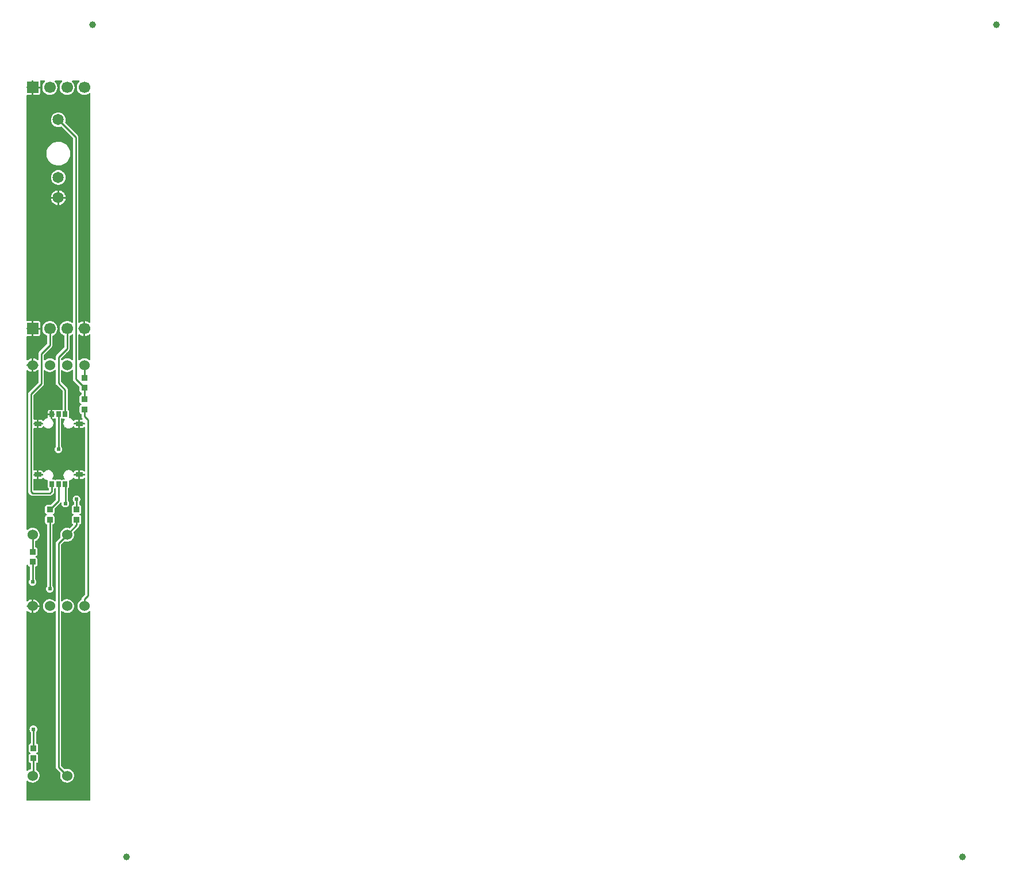
<source format=gbl>
G04 Layer: BottomLayer*
G04 Panelize: Stamp Hole, Column: 10, Row: 1, Board Size: 9.91mm x 106.68mm, Panelized Board Size: 153.06mm x 106.68mm*
G04 EasyEDA v6.5.34, 2023-08-21 18:11:39*
G04 ba324229fcc8424cbbcbecf3e9f9a0b2,5a6b42c53f6a479593ecc07194224c93,10*
G04 Gerber Generator version 0.2*
G04 Scale: 100 percent, Rotated: No, Reflected: No *
G04 Dimensions in millimeters *
G04 leading zeros omitted , absolute positions ,4 integer and 5 decimal *
%FSLAX45Y45*%
%MOMM*%

%AMMACRO1*21,1,$1,$2,0,0,$3*%
%ADD10C,0.2540*%
%ADD11R,0.8640X0.8065*%
%ADD12MACRO1,0.864X0.8065X0.0000*%
%ADD13MACRO1,0.6X0.8X0.0000*%
%ADD14MACRO1,0.7X1X90.0000*%
%ADD15MACRO1,0.7X1X-90.0000*%
%ADD16C,1.0000*%
%ADD17MACRO1,1.7X1.7X0.0000*%
%ADD18C,1.7000*%
%ADD19C,1.6500*%
%ADD20C,1.5240*%
%ADD21C,0.6096*%
%ADD22C,0.0198*%

%LPD*%
G36*
X543966Y7786217D02*
G01*
X540105Y7787030D01*
X536854Y7789214D01*
X534670Y7792516D01*
X533908Y7796377D01*
X533908Y7815681D01*
X534670Y7819593D01*
X536905Y7822895D01*
X649224Y7935264D01*
X654354Y7941462D01*
X657910Y7948168D01*
X660095Y7955381D01*
X660908Y7963408D01*
X660908Y8144459D01*
X661670Y8148269D01*
X663752Y8151520D01*
X666953Y8153755D01*
X673608Y8156702D01*
X685749Y8164068D01*
X694182Y8170773D01*
X697534Y8172551D01*
X701294Y8173008D01*
X704951Y8171992D01*
X707999Y8169757D01*
X709980Y8166557D01*
X710692Y8162848D01*
X710692Y7796682D01*
X709980Y7792923D01*
X707898Y7789722D01*
X704799Y7787487D01*
X701090Y7786522D01*
X697280Y7787081D01*
X693978Y7788960D01*
X682853Y7798358D01*
X671372Y7805724D01*
X658977Y7811465D01*
X645972Y7815478D01*
X632510Y7817764D01*
X618896Y7818221D01*
X605332Y7816850D01*
X592074Y7813700D01*
X579323Y7808772D01*
X567385Y7802219D01*
X556412Y7794142D01*
X551129Y7789062D01*
X547827Y7786928D01*
G37*

%LPD*%
G36*
X36068Y1295908D02*
G01*
X32156Y1296670D01*
X28905Y1298905D01*
X26670Y1302156D01*
X25908Y1306068D01*
X25908Y1583537D01*
X26670Y1587398D01*
X28854Y1590649D01*
X32105Y1592884D01*
X35966Y1593697D01*
X39827Y1592986D01*
X43129Y1590852D01*
X48412Y1585722D01*
X59385Y1577644D01*
X71323Y1571091D01*
X84074Y1566214D01*
X97332Y1563014D01*
X110896Y1561693D01*
X124510Y1562150D01*
X137972Y1564386D01*
X150977Y1568450D01*
X163372Y1574190D01*
X174853Y1581505D01*
X185267Y1590294D01*
X194411Y1600454D01*
X202133Y1611680D01*
X208279Y1623822D01*
X212750Y1636725D01*
X215493Y1650085D01*
X216408Y1663700D01*
X215493Y1677314D01*
X212750Y1690674D01*
X208279Y1703578D01*
X202133Y1715719D01*
X194411Y1726946D01*
X185267Y1737106D01*
X174853Y1745894D01*
X170281Y1748789D01*
X167792Y1751075D01*
X166166Y1754022D01*
X165608Y1757375D01*
X165608Y1842820D01*
X166268Y1846427D01*
X168198Y1849577D01*
X171094Y1851863D01*
X175971Y1853031D01*
X181406Y1854962D01*
X186334Y1858060D01*
X190398Y1862124D01*
X193497Y1867052D01*
X195376Y1872488D01*
X196088Y1878838D01*
X196088Y1958339D01*
X195376Y1964639D01*
X193497Y1970125D01*
X190398Y1975002D01*
X186334Y1979117D01*
X181406Y1982165D01*
X175361Y1984298D01*
X171805Y1986432D01*
X169367Y1989836D01*
X168554Y1993900D01*
X169367Y1997964D01*
X171805Y2001367D01*
X175361Y2003501D01*
X181406Y2005634D01*
X186334Y2008682D01*
X190398Y2012797D01*
X193497Y2017674D01*
X195376Y2023160D01*
X196088Y2029460D01*
X196088Y2108962D01*
X195376Y2115312D01*
X193497Y2120747D01*
X190398Y2125675D01*
X186334Y2129739D01*
X181406Y2132838D01*
X175971Y2134768D01*
X171094Y2135936D01*
X168198Y2138222D01*
X166268Y2141372D01*
X165608Y2144979D01*
X165608Y2304491D01*
X166370Y2308402D01*
X168605Y2311704D01*
X170180Y2313279D01*
X175818Y2321306D01*
X179933Y2330246D01*
X182473Y2339695D01*
X183337Y2349500D01*
X182473Y2359304D01*
X179933Y2368753D01*
X175818Y2377694D01*
X170180Y2385720D01*
X163220Y2392680D01*
X155194Y2398318D01*
X146253Y2402433D01*
X136804Y2404973D01*
X127000Y2405837D01*
X117195Y2404973D01*
X107746Y2402433D01*
X98806Y2398318D01*
X90779Y2392680D01*
X83820Y2385720D01*
X78181Y2377694D01*
X74066Y2368753D01*
X71526Y2359304D01*
X70662Y2349500D01*
X71526Y2339695D01*
X74066Y2330246D01*
X78181Y2321306D01*
X83820Y2313279D01*
X85394Y2311704D01*
X87630Y2308402D01*
X88392Y2304491D01*
X88392Y2144979D01*
X87731Y2141372D01*
X85801Y2138222D01*
X82905Y2135936D01*
X78028Y2134768D01*
X72593Y2132838D01*
X67665Y2129739D01*
X63601Y2125675D01*
X60502Y2120747D01*
X58623Y2115312D01*
X57912Y2108962D01*
X57912Y2029460D01*
X58623Y2023160D01*
X60502Y2017674D01*
X63601Y2012797D01*
X67665Y2008682D01*
X72593Y2005634D01*
X78638Y2003501D01*
X82194Y2001367D01*
X84632Y1997964D01*
X85445Y1993900D01*
X84632Y1989836D01*
X82194Y1986432D01*
X78638Y1984298D01*
X72593Y1982165D01*
X67665Y1979117D01*
X63601Y1975002D01*
X60502Y1970125D01*
X58623Y1964639D01*
X57912Y1958339D01*
X57912Y1878838D01*
X58623Y1872488D01*
X60502Y1867052D01*
X63601Y1862124D01*
X67665Y1858060D01*
X72593Y1854962D01*
X78028Y1853031D01*
X82905Y1851863D01*
X85801Y1849577D01*
X87731Y1846427D01*
X88392Y1842820D01*
X88392Y1769872D01*
X87579Y1765858D01*
X85293Y1762556D01*
X81889Y1760372D01*
X71323Y1756308D01*
X59385Y1749755D01*
X48412Y1741678D01*
X43129Y1736547D01*
X39827Y1734413D01*
X35966Y1733702D01*
X32105Y1734515D01*
X28854Y1736750D01*
X26670Y1740001D01*
X25908Y1743862D01*
X25908Y4083507D01*
X26670Y4087368D01*
X28854Y4090670D01*
X32105Y4092854D01*
X35966Y4093667D01*
X39827Y4092956D01*
X43129Y4090822D01*
X48412Y4085742D01*
X59385Y4077665D01*
X71323Y4071112D01*
X84074Y4066184D01*
X97332Y4063034D01*
X101600Y4062577D01*
X101600Y4150969D01*
X36068Y4150969D01*
X32156Y4151782D01*
X28905Y4153966D01*
X26670Y4157268D01*
X25908Y4161129D01*
X25908Y4166209D01*
X26670Y4170121D01*
X28905Y4173423D01*
X32156Y4175607D01*
X36068Y4176369D01*
X101600Y4176369D01*
X101600Y4264812D01*
X97332Y4264355D01*
X84074Y4261205D01*
X71323Y4256278D01*
X59385Y4249724D01*
X48412Y4241647D01*
X43129Y4236567D01*
X39827Y4234434D01*
X35966Y4233722D01*
X32105Y4234535D01*
X28854Y4236720D01*
X26670Y4240022D01*
X25908Y4243882D01*
X25908Y4765446D01*
X26720Y4769408D01*
X29006Y4772761D01*
X32410Y4774946D01*
X36372Y4775606D01*
X40335Y4774692D01*
X43586Y4772304D01*
X45669Y4768799D01*
X47802Y4762652D01*
X50901Y4757724D01*
X54965Y4753660D01*
X59893Y4750562D01*
X65328Y4748631D01*
X70205Y4747463D01*
X73101Y4745177D01*
X75031Y4742027D01*
X75692Y4738420D01*
X75692Y4566208D01*
X74930Y4562297D01*
X72694Y4558995D01*
X71120Y4557420D01*
X65481Y4549394D01*
X61366Y4540453D01*
X58826Y4531004D01*
X57962Y4521200D01*
X58826Y4511395D01*
X61366Y4501946D01*
X65481Y4493006D01*
X71120Y4484979D01*
X78079Y4478020D01*
X86106Y4472381D01*
X95046Y4468266D01*
X104495Y4465726D01*
X114300Y4464862D01*
X124104Y4465726D01*
X133553Y4468266D01*
X142494Y4472381D01*
X150520Y4478020D01*
X157480Y4484979D01*
X163118Y4493006D01*
X167233Y4501946D01*
X169773Y4511395D01*
X170637Y4521200D01*
X169773Y4531004D01*
X167233Y4540453D01*
X163118Y4549394D01*
X157480Y4557420D01*
X155905Y4558995D01*
X153670Y4562297D01*
X152908Y4566208D01*
X152908Y4738420D01*
X153568Y4742027D01*
X155498Y4745177D01*
X158394Y4747463D01*
X163271Y4748631D01*
X168706Y4750562D01*
X173634Y4753660D01*
X177698Y4757724D01*
X180797Y4762652D01*
X182676Y4768088D01*
X183388Y4774438D01*
X183388Y4853940D01*
X182676Y4860239D01*
X180797Y4865725D01*
X177698Y4870602D01*
X173634Y4874717D01*
X168706Y4877765D01*
X162661Y4879898D01*
X159105Y4882032D01*
X156667Y4885436D01*
X155854Y4889500D01*
X156667Y4893564D01*
X159105Y4896967D01*
X162661Y4899101D01*
X168706Y4901234D01*
X173634Y4904282D01*
X177698Y4908397D01*
X180797Y4913274D01*
X182676Y4918760D01*
X183388Y4925060D01*
X183388Y5004562D01*
X182676Y5010912D01*
X180797Y5016347D01*
X177698Y5021275D01*
X173634Y5025339D01*
X168706Y5028438D01*
X163271Y5030368D01*
X158394Y5031536D01*
X155498Y5033822D01*
X153568Y5036972D01*
X152908Y5040579D01*
X152908Y5115356D01*
X153619Y5119116D01*
X155702Y5122316D01*
X158800Y5124551D01*
X163372Y5126685D01*
X174853Y5134000D01*
X185267Y5142788D01*
X194411Y5152948D01*
X202133Y5164175D01*
X208279Y5176316D01*
X212750Y5189220D01*
X215493Y5202580D01*
X216408Y5216194D01*
X215493Y5229809D01*
X212750Y5243169D01*
X208279Y5256072D01*
X202133Y5268214D01*
X194411Y5279440D01*
X185267Y5289600D01*
X174853Y5298389D01*
X163372Y5305704D01*
X150977Y5311444D01*
X137972Y5315508D01*
X124510Y5317744D01*
X110896Y5318201D01*
X97332Y5316880D01*
X84074Y5313680D01*
X71323Y5308803D01*
X59385Y5302250D01*
X48412Y5294172D01*
X43129Y5289042D01*
X39827Y5286908D01*
X35966Y5286197D01*
X32105Y5287010D01*
X28854Y5289245D01*
X26670Y5292496D01*
X25908Y5296357D01*
X25908Y7636002D01*
X26670Y7639862D01*
X28854Y7643164D01*
X32105Y7645349D01*
X35966Y7646162D01*
X39827Y7645450D01*
X43129Y7643317D01*
X48412Y7638237D01*
X59385Y7630159D01*
X71323Y7623606D01*
X84074Y7618679D01*
X97332Y7615529D01*
X101600Y7615072D01*
X101600Y7703464D01*
X36068Y7703464D01*
X32156Y7704277D01*
X28905Y7706461D01*
X26670Y7709763D01*
X25908Y7713624D01*
X25908Y7718704D01*
X26670Y7722616D01*
X28905Y7725918D01*
X32156Y7728102D01*
X36068Y7728864D01*
X101600Y7728864D01*
X101600Y7817307D01*
X97332Y7816850D01*
X84074Y7813700D01*
X71323Y7808772D01*
X59385Y7802219D01*
X48412Y7794142D01*
X43129Y7789062D01*
X39827Y7786928D01*
X35966Y7786217D01*
X32105Y7787030D01*
X28854Y7789214D01*
X26670Y7792516D01*
X25908Y7796377D01*
X25908Y8133943D01*
X26670Y8137804D01*
X28905Y8141106D01*
X32156Y8143341D01*
X36068Y8144103D01*
X101600Y8144103D01*
X101600Y8242300D01*
X36068Y8242300D01*
X32156Y8243062D01*
X28905Y8245297D01*
X26670Y8248548D01*
X25908Y8252459D01*
X25908Y8257540D01*
X26670Y8261451D01*
X28905Y8264702D01*
X32156Y8266938D01*
X36068Y8267700D01*
X101600Y8267700D01*
X101600Y8365896D01*
X36068Y8365896D01*
X32156Y8366658D01*
X28905Y8368893D01*
X26670Y8372195D01*
X25908Y8376056D01*
X25908Y11689943D01*
X26670Y11693804D01*
X28905Y11697106D01*
X32156Y11699341D01*
X36068Y11700103D01*
X101600Y11700103D01*
X101600Y11798300D01*
X36068Y11798300D01*
X32156Y11799062D01*
X28905Y11801297D01*
X26670Y11804548D01*
X25908Y11808460D01*
X25908Y11813540D01*
X26670Y11817451D01*
X28905Y11820702D01*
X32156Y11822938D01*
X36068Y11823700D01*
X101600Y11823700D01*
X101600Y11901932D01*
X102362Y11905843D01*
X104597Y11909094D01*
X107848Y11911330D01*
X111760Y11912092D01*
X116839Y11912092D01*
X120751Y11911330D01*
X124002Y11909094D01*
X126237Y11905843D01*
X127000Y11901932D01*
X127000Y11823700D01*
X225196Y11823700D01*
X225196Y11895429D01*
X224586Y11900814D01*
X225044Y11905030D01*
X227126Y11908688D01*
X230530Y11911228D01*
X234696Y11912092D01*
X288696Y11912092D01*
X292658Y11911279D01*
X296011Y11908993D01*
X298196Y11905589D01*
X298856Y11901627D01*
X297942Y11897664D01*
X295554Y11894413D01*
X288645Y11888165D01*
X279450Y11877344D01*
X271678Y11865406D01*
X265531Y11852605D01*
X261061Y11839143D01*
X258317Y11825173D01*
X257403Y11811000D01*
X258317Y11796826D01*
X261061Y11782856D01*
X265531Y11769394D01*
X271678Y11756593D01*
X279450Y11744655D01*
X288645Y11733834D01*
X299161Y11724284D01*
X310794Y11716156D01*
X323392Y11709603D01*
X336753Y11704675D01*
X350621Y11701526D01*
X364744Y11700154D01*
X378968Y11700611D01*
X392988Y11702897D01*
X406603Y11706910D01*
X419608Y11712702D01*
X431749Y11720068D01*
X442874Y11728907D01*
X452729Y11739118D01*
X461213Y11750497D01*
X468223Y11762892D01*
X473557Y11776049D01*
X477164Y11789816D01*
X478942Y11803888D01*
X478942Y11818112D01*
X477164Y11832183D01*
X473557Y11845950D01*
X468223Y11859107D01*
X461213Y11871502D01*
X452729Y11882882D01*
X439064Y11897207D01*
X437946Y11901170D01*
X438454Y11905284D01*
X440588Y11908840D01*
X443992Y11911228D01*
X448056Y11912092D01*
X542696Y11912092D01*
X546658Y11911279D01*
X550011Y11908993D01*
X552196Y11905589D01*
X552856Y11901627D01*
X551942Y11897664D01*
X549554Y11894413D01*
X542645Y11888165D01*
X533450Y11877344D01*
X525678Y11865406D01*
X519531Y11852605D01*
X515061Y11839143D01*
X512318Y11825173D01*
X511403Y11811000D01*
X512318Y11796826D01*
X515061Y11782856D01*
X519531Y11769394D01*
X525678Y11756593D01*
X533450Y11744655D01*
X542645Y11733834D01*
X553161Y11724284D01*
X564794Y11716156D01*
X577392Y11709603D01*
X590753Y11704675D01*
X604621Y11701526D01*
X618744Y11700154D01*
X632968Y11700611D01*
X646988Y11702897D01*
X660603Y11706910D01*
X673608Y11712702D01*
X685749Y11720068D01*
X696874Y11728907D01*
X706729Y11739118D01*
X715213Y11750497D01*
X722223Y11762892D01*
X727557Y11776049D01*
X731164Y11789816D01*
X732942Y11803888D01*
X732942Y11818112D01*
X731164Y11832183D01*
X727557Y11845950D01*
X722223Y11859107D01*
X715213Y11871502D01*
X706729Y11882882D01*
X693064Y11897207D01*
X691946Y11901170D01*
X692454Y11905284D01*
X694588Y11908840D01*
X697992Y11911228D01*
X702056Y11912092D01*
X796696Y11912092D01*
X800658Y11911279D01*
X804011Y11908993D01*
X806196Y11905589D01*
X806856Y11901627D01*
X805942Y11897664D01*
X803554Y11894413D01*
X796645Y11888165D01*
X787450Y11877344D01*
X779678Y11865406D01*
X773531Y11852605D01*
X769061Y11839143D01*
X766318Y11825173D01*
X765403Y11811000D01*
X766318Y11796826D01*
X769061Y11782856D01*
X773531Y11769394D01*
X779678Y11756593D01*
X787450Y11744655D01*
X796645Y11733834D01*
X807161Y11724284D01*
X818794Y11716156D01*
X831392Y11709603D01*
X844753Y11704675D01*
X858621Y11701526D01*
X872744Y11700154D01*
X886968Y11700611D01*
X900988Y11702897D01*
X914603Y11706910D01*
X927608Y11712702D01*
X939749Y11720068D01*
X948182Y11726773D01*
X951534Y11728551D01*
X955294Y11729008D01*
X958951Y11727992D01*
X961999Y11725757D01*
X963980Y11722557D01*
X964692Y11718848D01*
X964692Y8347151D01*
X963980Y8343442D01*
X961999Y8340242D01*
X958951Y8338007D01*
X955294Y8336991D01*
X951534Y8337448D01*
X948182Y8339226D01*
X939749Y8345931D01*
X927608Y8353298D01*
X914603Y8359038D01*
X900988Y8363102D01*
X889000Y8365032D01*
X889000Y8267700D01*
X954532Y8267700D01*
X958443Y8266938D01*
X961694Y8264702D01*
X963930Y8261451D01*
X964692Y8257540D01*
X964692Y8252459D01*
X963930Y8248548D01*
X961694Y8245297D01*
X958443Y8243062D01*
X954532Y8242300D01*
X889000Y8242300D01*
X889000Y8144967D01*
X900988Y8146897D01*
X914603Y8150910D01*
X927608Y8156702D01*
X939749Y8164068D01*
X948182Y8170773D01*
X951534Y8172551D01*
X955294Y8173008D01*
X958951Y8171992D01*
X961999Y8169757D01*
X963980Y8166557D01*
X964692Y8162848D01*
X964692Y7796682D01*
X963980Y7792923D01*
X961898Y7789722D01*
X958799Y7787487D01*
X955090Y7786522D01*
X951280Y7787081D01*
X947978Y7788960D01*
X936853Y7798358D01*
X925372Y7805724D01*
X912977Y7811465D01*
X899972Y7815478D01*
X886510Y7817764D01*
X872896Y7818221D01*
X859332Y7816850D01*
X846074Y7813700D01*
X833323Y7808772D01*
X821385Y7802219D01*
X810412Y7794142D01*
X805129Y7789062D01*
X801827Y7786928D01*
X797966Y7786217D01*
X794105Y7787030D01*
X790854Y7789214D01*
X788670Y7792516D01*
X787908Y7796377D01*
X787908Y8162848D01*
X788670Y8166658D01*
X790752Y8169909D01*
X793953Y8172145D01*
X797763Y8173008D01*
X801573Y8172399D01*
X804875Y8170367D01*
X807161Y8168284D01*
X818794Y8160156D01*
X831392Y8153603D01*
X844753Y8148675D01*
X858621Y8145525D01*
X863600Y8145068D01*
X863600Y8242300D01*
X798068Y8242300D01*
X794156Y8243062D01*
X790905Y8245297D01*
X788670Y8248548D01*
X787908Y8252459D01*
X787908Y8257540D01*
X788670Y8261451D01*
X790905Y8264702D01*
X794156Y8266938D01*
X798068Y8267700D01*
X863600Y8267700D01*
X863600Y8364931D01*
X858621Y8364474D01*
X844753Y8361324D01*
X831392Y8356396D01*
X818794Y8349843D01*
X807161Y8341715D01*
X804875Y8339632D01*
X801573Y8337600D01*
X797763Y8336991D01*
X793953Y8337854D01*
X790752Y8340090D01*
X788670Y8343341D01*
X787908Y8347151D01*
X787908Y11077651D01*
X787095Y11085677D01*
X784910Y11092891D01*
X781354Y11099546D01*
X776224Y11105794D01*
X597103Y11284966D01*
X594969Y11288014D01*
X594106Y11291671D01*
X594664Y11295380D01*
X598220Y11305844D01*
X600964Y11319764D01*
X601878Y11333937D01*
X600964Y11348059D01*
X598220Y11361978D01*
X593648Y11375390D01*
X587349Y11388090D01*
X579475Y11399875D01*
X570128Y11410543D01*
X559511Y11419890D01*
X547725Y11427764D01*
X534974Y11434064D01*
X521563Y11438585D01*
X507644Y11441379D01*
X493522Y11442293D01*
X479348Y11441379D01*
X465480Y11438585D01*
X452018Y11434064D01*
X439318Y11427764D01*
X427532Y11419890D01*
X416864Y11410543D01*
X407517Y11399875D01*
X399643Y11388090D01*
X393395Y11375390D01*
X388823Y11361978D01*
X386029Y11348059D01*
X385114Y11333937D01*
X386029Y11319764D01*
X388823Y11305844D01*
X393395Y11292433D01*
X399643Y11279733D01*
X407517Y11267948D01*
X416864Y11257280D01*
X427532Y11247932D01*
X439318Y11240058D01*
X452018Y11233759D01*
X465480Y11229238D01*
X479348Y11226444D01*
X493522Y11225530D01*
X507644Y11226444D01*
X521563Y11229238D01*
X532028Y11232794D01*
X535736Y11233302D01*
X539394Y11232438D01*
X542493Y11230356D01*
X707694Y11065103D01*
X709930Y11061801D01*
X710692Y11057940D01*
X710692Y8347151D01*
X709980Y8343442D01*
X707999Y8340242D01*
X704951Y8338007D01*
X701294Y8336991D01*
X697534Y8337448D01*
X694182Y8339226D01*
X685749Y8345931D01*
X673608Y8353298D01*
X660603Y8359038D01*
X646988Y8363102D01*
X632968Y8365388D01*
X618744Y8365845D01*
X604621Y8364474D01*
X590753Y8361324D01*
X577392Y8356396D01*
X564794Y8349843D01*
X553161Y8341715D01*
X542645Y8332165D01*
X533450Y8321344D01*
X525678Y8309406D01*
X519531Y8296605D01*
X515061Y8283143D01*
X512318Y8269173D01*
X511403Y8255000D01*
X512318Y8240826D01*
X515061Y8226856D01*
X519531Y8213394D01*
X525678Y8200593D01*
X533450Y8188655D01*
X542645Y8177834D01*
X553161Y8168284D01*
X564794Y8160156D01*
X578205Y8153247D01*
X581101Y8150961D01*
X583031Y8147812D01*
X583692Y8144205D01*
X583692Y7983118D01*
X582930Y7979206D01*
X580694Y7975904D01*
X468376Y7863535D01*
X463245Y7857337D01*
X459689Y7850631D01*
X457504Y7843418D01*
X456692Y7835392D01*
X456692Y7796682D01*
X455980Y7792923D01*
X453898Y7789722D01*
X450799Y7787487D01*
X447090Y7786522D01*
X443280Y7787081D01*
X439978Y7788960D01*
X428853Y7798358D01*
X417372Y7805724D01*
X404977Y7811465D01*
X391972Y7815478D01*
X378510Y7817764D01*
X364896Y7818221D01*
X351332Y7816850D01*
X338074Y7813700D01*
X325323Y7808772D01*
X313385Y7802219D01*
X302412Y7794142D01*
X297129Y7789062D01*
X293827Y7786928D01*
X289966Y7786217D01*
X286105Y7787030D01*
X282854Y7789214D01*
X280670Y7792516D01*
X279908Y7796377D01*
X279908Y7866481D01*
X280670Y7870393D01*
X282905Y7873695D01*
X395224Y7986064D01*
X400354Y7992262D01*
X403910Y7998968D01*
X406095Y8006181D01*
X406908Y8014208D01*
X406908Y8144459D01*
X407670Y8148269D01*
X409752Y8151520D01*
X412953Y8153755D01*
X419608Y8156702D01*
X431749Y8164068D01*
X442874Y8172907D01*
X452729Y8183118D01*
X461213Y8194497D01*
X468223Y8206892D01*
X473557Y8220049D01*
X477164Y8233816D01*
X478942Y8247888D01*
X478942Y8262112D01*
X477164Y8276183D01*
X473557Y8289950D01*
X468223Y8303107D01*
X461213Y8315502D01*
X452729Y8326881D01*
X442874Y8337092D01*
X431749Y8345931D01*
X419608Y8353298D01*
X406603Y8359038D01*
X392988Y8363102D01*
X378968Y8365388D01*
X364744Y8365845D01*
X350621Y8364474D01*
X336753Y8361324D01*
X323392Y8356396D01*
X310794Y8349843D01*
X299161Y8341715D01*
X288645Y8332165D01*
X279450Y8321344D01*
X271678Y8309406D01*
X265531Y8296605D01*
X261061Y8283143D01*
X258317Y8269173D01*
X257403Y8255000D01*
X258317Y8240826D01*
X261061Y8226856D01*
X265531Y8213394D01*
X271678Y8200593D01*
X279450Y8188655D01*
X288645Y8177834D01*
X299161Y8168284D01*
X310794Y8160156D01*
X324205Y8153247D01*
X327101Y8150961D01*
X329031Y8147812D01*
X329692Y8144205D01*
X329692Y8033918D01*
X328930Y8030006D01*
X326694Y8026704D01*
X214375Y7914335D01*
X209245Y7908137D01*
X205689Y7901431D01*
X203504Y7894218D01*
X202692Y7886192D01*
X202692Y7796682D01*
X201980Y7792923D01*
X199898Y7789722D01*
X196799Y7787487D01*
X193090Y7786522D01*
X189280Y7787081D01*
X185978Y7788960D01*
X174853Y7798358D01*
X163372Y7805724D01*
X150977Y7811465D01*
X137972Y7815478D01*
X127000Y7817358D01*
X127000Y7728864D01*
X192532Y7728864D01*
X196443Y7728102D01*
X199694Y7725918D01*
X201930Y7722616D01*
X202692Y7718704D01*
X202692Y7713624D01*
X201930Y7709763D01*
X199694Y7706461D01*
X196443Y7704277D01*
X192532Y7703464D01*
X127000Y7703464D01*
X127000Y7615021D01*
X137972Y7616901D01*
X150977Y7620914D01*
X163372Y7626654D01*
X174853Y7634020D01*
X185978Y7643418D01*
X189280Y7645298D01*
X193090Y7645857D01*
X196799Y7644892D01*
X199898Y7642656D01*
X201980Y7639456D01*
X202692Y7635697D01*
X202692Y7462418D01*
X201930Y7458506D01*
X199694Y7455204D01*
X61976Y7317435D01*
X56845Y7311237D01*
X53289Y7304531D01*
X51104Y7297318D01*
X50292Y7289292D01*
X50292Y5855208D01*
X51104Y5847181D01*
X53289Y5839968D01*
X56845Y5833262D01*
X61976Y5827064D01*
X86664Y5802376D01*
X92862Y5797245D01*
X99568Y5793689D01*
X106781Y5791504D01*
X114808Y5790692D01*
X367792Y5790692D01*
X375818Y5791504D01*
X383032Y5793689D01*
X389737Y5797245D01*
X395935Y5802376D01*
X422148Y5828588D01*
X427278Y5834786D01*
X430834Y5841492D01*
X433019Y5848705D01*
X433832Y5856732D01*
X433832Y5892698D01*
X434390Y5896051D01*
X436067Y5898997D01*
X439877Y5902096D01*
X443433Y5903468D01*
X447192Y5903468D01*
X451916Y5901334D01*
X454456Y5899048D01*
X456133Y5896102D01*
X456692Y5892698D01*
X456692Y5734456D01*
X455930Y5730544D01*
X453694Y5727242D01*
X382778Y5656326D01*
X379476Y5654141D01*
X375615Y5653379D01*
X325678Y5653379D01*
X319328Y5652668D01*
X313893Y5650738D01*
X308965Y5647639D01*
X304901Y5643575D01*
X301802Y5638647D01*
X299923Y5633212D01*
X299212Y5626862D01*
X299212Y5547360D01*
X299923Y5541060D01*
X301802Y5535574D01*
X304901Y5530697D01*
X308965Y5526582D01*
X313893Y5523534D01*
X319938Y5521401D01*
X323494Y5519267D01*
X325932Y5515864D01*
X326745Y5511800D01*
X325932Y5507736D01*
X323494Y5504332D01*
X319938Y5502198D01*
X313893Y5500065D01*
X308965Y5497017D01*
X304901Y5492902D01*
X301802Y5488025D01*
X299923Y5482539D01*
X299212Y5476240D01*
X299212Y5396738D01*
X299923Y5390388D01*
X301802Y5384952D01*
X304901Y5380024D01*
X308965Y5375960D01*
X313893Y5372862D01*
X319328Y5370931D01*
X324205Y5369763D01*
X327101Y5367477D01*
X329031Y5364327D01*
X329692Y5360720D01*
X329692Y4464608D01*
X328930Y4460697D01*
X326694Y4457395D01*
X325120Y4455820D01*
X319481Y4447794D01*
X315366Y4438853D01*
X312826Y4429404D01*
X311962Y4419600D01*
X312826Y4409795D01*
X315366Y4400346D01*
X319481Y4391406D01*
X325120Y4383379D01*
X332079Y4376420D01*
X340106Y4370781D01*
X349046Y4366666D01*
X358495Y4364126D01*
X368300Y4363262D01*
X378104Y4364126D01*
X387553Y4366666D01*
X396494Y4370781D01*
X404520Y4376420D01*
X411480Y4383379D01*
X417118Y4391406D01*
X421233Y4400346D01*
X423773Y4409795D01*
X424637Y4419600D01*
X423773Y4429404D01*
X421233Y4438853D01*
X417118Y4447794D01*
X411480Y4455820D01*
X409905Y4457395D01*
X407670Y4460697D01*
X406908Y4464608D01*
X406908Y5360720D01*
X407568Y5364327D01*
X409498Y5367477D01*
X412394Y5369763D01*
X417271Y5370931D01*
X422706Y5372862D01*
X427634Y5375960D01*
X431698Y5380024D01*
X434797Y5384952D01*
X436676Y5390388D01*
X437388Y5396738D01*
X437388Y5476240D01*
X436676Y5482539D01*
X434797Y5488025D01*
X431698Y5492902D01*
X427634Y5497017D01*
X422706Y5500065D01*
X416661Y5502198D01*
X413105Y5504332D01*
X410667Y5507736D01*
X409854Y5511800D01*
X410667Y5515864D01*
X413105Y5519267D01*
X416661Y5521401D01*
X422706Y5523534D01*
X427634Y5526582D01*
X431698Y5530697D01*
X434797Y5535574D01*
X436676Y5541060D01*
X437388Y5547360D01*
X437388Y5597550D01*
X438200Y5601411D01*
X440385Y5604713D01*
X522224Y5686602D01*
X526186Y5689955D01*
X530352Y5691022D01*
X534517Y5690260D01*
X538073Y5687872D01*
X540308Y5684215D01*
X540816Y5679998D01*
X540562Y5676900D01*
X541426Y5667095D01*
X543966Y5657646D01*
X548081Y5648706D01*
X553720Y5640679D01*
X560679Y5633720D01*
X568706Y5628081D01*
X577646Y5623966D01*
X587095Y5621426D01*
X596900Y5620562D01*
X606704Y5621426D01*
X616153Y5623966D01*
X625094Y5628081D01*
X633120Y5633720D01*
X640080Y5640679D01*
X645718Y5648706D01*
X649833Y5657646D01*
X652373Y5667095D01*
X653237Y5676900D01*
X652373Y5686704D01*
X649833Y5696153D01*
X645718Y5705094D01*
X640080Y5713120D01*
X638505Y5714695D01*
X636270Y5717997D01*
X635508Y5721908D01*
X635508Y5893714D01*
X636066Y5897067D01*
X637743Y5900064D01*
X641400Y5903061D01*
X645515Y5907125D01*
X648563Y5912053D01*
X650494Y5917488D01*
X651205Y5923838D01*
X651205Y6002680D01*
X650544Y6008471D01*
X650900Y6012434D01*
X652678Y6015939D01*
X655726Y6018479D01*
X659739Y6019749D01*
X670966Y6022797D01*
X681583Y6027572D01*
X691286Y6033871D01*
X699973Y6041593D01*
X707390Y6050584D01*
X709930Y6054902D01*
X712724Y6057950D01*
X716483Y6059627D01*
X720648Y6059678D01*
X724408Y6058103D01*
X727303Y6055106D01*
X730097Y6050635D01*
X734212Y6046571D01*
X739089Y6043472D01*
X744524Y6041542D01*
X750874Y6040831D01*
X787603Y6040831D01*
X787603Y6089040D01*
X731012Y6089040D01*
X727303Y6089751D01*
X724103Y6091783D01*
X721868Y6094780D01*
X720852Y6098438D01*
X720496Y6103518D01*
X721004Y6107633D01*
X723138Y6111189D01*
X726541Y6113627D01*
X730605Y6114440D01*
X787603Y6114440D01*
X787603Y6162649D01*
X750874Y6162649D01*
X744524Y6161938D01*
X739089Y6160058D01*
X734212Y6156960D01*
X730097Y6152896D01*
X727049Y6148019D01*
X724712Y6141212D01*
X722528Y6137503D01*
X718972Y6135065D01*
X714756Y6134303D01*
X710641Y6135370D01*
X707288Y6138011D01*
X699973Y6146850D01*
X691286Y6154572D01*
X681583Y6160871D01*
X670966Y6165646D01*
X659739Y6168694D01*
X648208Y6170066D01*
X636625Y6169609D01*
X625195Y6167374D01*
X614273Y6163462D01*
X604062Y6157925D01*
X594817Y6150864D01*
X586790Y6142482D01*
X580085Y6132982D01*
X574954Y6122568D01*
X571449Y6111494D01*
X569671Y6100013D01*
X569671Y6088430D01*
X571449Y6076950D01*
X574954Y6065875D01*
X580085Y6055461D01*
X587349Y6045200D01*
X589026Y6041136D01*
X588873Y6036716D01*
X586841Y6032804D01*
X583336Y6030112D01*
X579018Y6029147D01*
X565861Y6029147D01*
X559562Y6028436D01*
X554075Y6026556D01*
X550722Y6024422D01*
X547166Y6023051D01*
X543407Y6023051D01*
X539902Y6024422D01*
X536498Y6026556D01*
X531063Y6028436D01*
X524713Y6029147D01*
X465886Y6029147D01*
X459536Y6028436D01*
X454101Y6026556D01*
X450697Y6024422D01*
X447192Y6023051D01*
X443433Y6023051D01*
X439877Y6024422D01*
X436524Y6026556D01*
X431038Y6028436D01*
X424738Y6029147D01*
X411226Y6029147D01*
X407517Y6029858D01*
X404266Y6031941D01*
X402031Y6034989D01*
X401116Y6038697D01*
X401574Y6042456D01*
X403402Y6045809D01*
X407365Y6050635D01*
X413308Y6060592D01*
X417677Y6071362D01*
X420319Y6082690D01*
X421182Y6094272D01*
X420319Y6105855D01*
X417677Y6117183D01*
X413308Y6127953D01*
X407365Y6137910D01*
X399999Y6146901D01*
X391312Y6154623D01*
X381558Y6160922D01*
X370941Y6165697D01*
X359765Y6168745D01*
X348234Y6170117D01*
X336600Y6169660D01*
X325221Y6167424D01*
X314248Y6163513D01*
X304088Y6157976D01*
X294843Y6150914D01*
X286766Y6142532D01*
X283819Y6138367D01*
X280568Y6135370D01*
X276301Y6134100D01*
X271881Y6134709D01*
X268173Y6137198D01*
X265887Y6141008D01*
X263550Y6148019D01*
X260502Y6152896D01*
X256387Y6156960D01*
X251510Y6160058D01*
X246075Y6161938D01*
X239725Y6162649D01*
X202996Y6162649D01*
X202996Y6114440D01*
X260045Y6114440D01*
X264160Y6113576D01*
X267563Y6111087D01*
X269697Y6107430D01*
X270154Y6103264D01*
X269595Y6098184D01*
X268528Y6094628D01*
X266293Y6091682D01*
X263144Y6089751D01*
X259486Y6089040D01*
X202996Y6089040D01*
X202996Y6040831D01*
X239725Y6040831D01*
X246075Y6041542D01*
X251510Y6043472D01*
X256387Y6046571D01*
X260502Y6050635D01*
X263245Y6055004D01*
X265938Y6057849D01*
X269595Y6059474D01*
X273558Y6059576D01*
X277266Y6058154D01*
X280162Y6055410D01*
X286766Y6046012D01*
X294843Y6037630D01*
X304088Y6030569D01*
X314248Y6025032D01*
X325221Y6021120D01*
X331927Y6019800D01*
X335432Y6018428D01*
X338175Y6015837D01*
X339801Y6012434D01*
X340055Y6008674D01*
X339394Y6002680D01*
X339394Y5923838D01*
X340106Y5917488D01*
X342036Y5912053D01*
X345084Y5907125D01*
X349199Y5903061D01*
X351840Y5901385D01*
X354380Y5899099D01*
X356057Y5896102D01*
X356616Y5892749D01*
X356616Y5878068D01*
X355854Y5874156D01*
X353618Y5870905D01*
X350367Y5868670D01*
X346456Y5867908D01*
X137668Y5867908D01*
X133756Y5868670D01*
X130505Y5870905D01*
X128270Y5874156D01*
X127508Y5878068D01*
X127508Y6030976D01*
X128371Y6035141D01*
X130911Y6038545D01*
X134569Y6040678D01*
X138785Y6041085D01*
X140868Y6040831D01*
X177596Y6040831D01*
X177596Y6089040D01*
X137668Y6089040D01*
X133756Y6089853D01*
X130505Y6092037D01*
X128270Y6095339D01*
X127508Y6099200D01*
X127508Y6104280D01*
X128270Y6108192D01*
X130505Y6111494D01*
X133756Y6113678D01*
X137668Y6114440D01*
X177596Y6114440D01*
X177596Y6162649D01*
X140868Y6162649D01*
X138785Y6162446D01*
X134569Y6162852D01*
X130911Y6164935D01*
X128371Y6168390D01*
X127508Y6172555D01*
X127508Y6781444D01*
X128371Y6785609D01*
X130911Y6789064D01*
X134569Y6791147D01*
X138785Y6791553D01*
X140868Y6791350D01*
X177596Y6791350D01*
X177596Y6839559D01*
X137668Y6839559D01*
X133756Y6840321D01*
X130505Y6842506D01*
X128270Y6845808D01*
X127508Y6849719D01*
X127508Y6854799D01*
X128270Y6858660D01*
X130505Y6861962D01*
X133756Y6864146D01*
X137668Y6864959D01*
X177596Y6864959D01*
X177596Y6913168D01*
X140868Y6913168D01*
X138785Y6912914D01*
X134569Y6913321D01*
X130911Y6915454D01*
X128371Y6918858D01*
X127508Y6923024D01*
X127508Y7269581D01*
X128270Y7273493D01*
X130505Y7276795D01*
X268224Y7414564D01*
X273354Y7420762D01*
X276910Y7427468D01*
X279095Y7434681D01*
X279908Y7442708D01*
X279908Y7636002D01*
X280670Y7639862D01*
X282854Y7643164D01*
X286105Y7645349D01*
X289966Y7646162D01*
X293827Y7645450D01*
X297129Y7643317D01*
X302412Y7638237D01*
X313385Y7630159D01*
X325323Y7623606D01*
X338074Y7618679D01*
X351332Y7615529D01*
X364896Y7614158D01*
X378510Y7614615D01*
X391972Y7616901D01*
X404977Y7620914D01*
X417372Y7626654D01*
X428853Y7634020D01*
X439978Y7643418D01*
X443280Y7645298D01*
X447090Y7645857D01*
X450799Y7644892D01*
X453898Y7642656D01*
X455980Y7639456D01*
X456692Y7635697D01*
X456692Y7452106D01*
X457504Y7444079D01*
X459689Y7436866D01*
X463245Y7430160D01*
X468325Y7423962D01*
X553770Y7338720D01*
X556006Y7335418D01*
X556768Y7331557D01*
X556768Y7061301D01*
X556209Y7057948D01*
X554532Y7055002D01*
X550722Y7051903D01*
X547166Y7050531D01*
X543407Y7050531D01*
X539902Y7051903D01*
X536498Y7054037D01*
X531063Y7055916D01*
X524713Y7056628D01*
X465886Y7056628D01*
X459536Y7055916D01*
X454101Y7054037D01*
X450697Y7051903D01*
X447192Y7050531D01*
X443433Y7050531D01*
X439877Y7051903D01*
X436524Y7054037D01*
X431038Y7055916D01*
X424738Y7056628D01*
X408025Y7056628D01*
X408025Y7003440D01*
X429209Y7003440D01*
X433120Y7002678D01*
X436422Y7000443D01*
X438607Y6997192D01*
X439369Y6993280D01*
X439369Y6988200D01*
X438607Y6984288D01*
X436422Y6981037D01*
X433120Y6978802D01*
X429209Y6978040D01*
X408025Y6978040D01*
X408025Y6927900D01*
X407111Y6923887D01*
X411226Y6924852D01*
X424738Y6924852D01*
X431038Y6925564D01*
X436524Y6927443D01*
X439877Y6929577D01*
X443433Y6930948D01*
X447192Y6930948D01*
X451916Y6928815D01*
X454456Y6926529D01*
X456133Y6923582D01*
X456692Y6920179D01*
X456692Y6522008D01*
X455930Y6518097D01*
X453694Y6514795D01*
X452120Y6513220D01*
X446481Y6505194D01*
X442366Y6496253D01*
X439826Y6486804D01*
X438962Y6477000D01*
X439826Y6467195D01*
X442366Y6457746D01*
X446481Y6448806D01*
X452120Y6440779D01*
X459079Y6433820D01*
X467106Y6428181D01*
X476046Y6424066D01*
X485495Y6421526D01*
X495300Y6420662D01*
X505104Y6421526D01*
X514553Y6424066D01*
X523493Y6428181D01*
X531520Y6433820D01*
X538480Y6440779D01*
X544118Y6448806D01*
X548233Y6457746D01*
X550773Y6467195D01*
X551637Y6477000D01*
X550773Y6486804D01*
X548233Y6496253D01*
X544118Y6505194D01*
X538480Y6513220D01*
X536905Y6514795D01*
X534670Y6518097D01*
X533908Y6522008D01*
X533908Y6920179D01*
X534466Y6923582D01*
X536143Y6926529D01*
X539902Y6929577D01*
X543407Y6930948D01*
X547166Y6930948D01*
X550722Y6929577D01*
X554075Y6927443D01*
X559562Y6925564D01*
X565861Y6924852D01*
X579069Y6924852D01*
X583387Y6923887D01*
X586841Y6921195D01*
X588873Y6917283D01*
X589076Y6912864D01*
X587349Y6908800D01*
X580034Y6898487D01*
X574903Y6888073D01*
X571398Y6876999D01*
X569620Y6865518D01*
X569620Y6853936D01*
X571398Y6842455D01*
X574903Y6831380D01*
X580085Y6820966D01*
X586740Y6811467D01*
X594817Y6803085D01*
X604062Y6796024D01*
X614222Y6790486D01*
X625195Y6786575D01*
X636574Y6784340D01*
X648208Y6783882D01*
X659739Y6785254D01*
X670915Y6788302D01*
X681532Y6793077D01*
X691286Y6799376D01*
X699973Y6807098D01*
X707288Y6815988D01*
X710641Y6818630D01*
X714756Y6819646D01*
X718972Y6818884D01*
X722528Y6816445D01*
X724712Y6812788D01*
X727049Y6805980D01*
X730097Y6801103D01*
X734212Y6797040D01*
X739089Y6793941D01*
X744524Y6792061D01*
X750874Y6791350D01*
X787603Y6791350D01*
X787603Y6839559D01*
X730605Y6839559D01*
X726541Y6840372D01*
X723138Y6842810D01*
X721004Y6846366D01*
X720445Y6850481D01*
X720852Y6855561D01*
X721817Y6859219D01*
X724052Y6862216D01*
X727252Y6864248D01*
X730961Y6864959D01*
X787603Y6864959D01*
X787603Y6913168D01*
X750874Y6913168D01*
X744524Y6912457D01*
X739089Y6910527D01*
X734212Y6907428D01*
X730097Y6903364D01*
X727252Y6898843D01*
X724408Y6895846D01*
X720598Y6894271D01*
X716483Y6894322D01*
X712724Y6895998D01*
X709930Y6899046D01*
X707339Y6903364D01*
X699973Y6912356D01*
X691286Y6920077D01*
X681532Y6926376D01*
X670915Y6931152D01*
X659485Y6934250D01*
X655726Y6935470D01*
X652678Y6938009D01*
X650900Y6941515D01*
X650544Y6945477D01*
X651205Y6951319D01*
X651205Y7030161D01*
X650494Y7036511D01*
X648563Y7041946D01*
X645515Y7046874D01*
X641400Y7050938D01*
X638759Y7052614D01*
X636219Y7054900D01*
X634542Y7057898D01*
X633984Y7061250D01*
X633984Y7351268D01*
X633171Y7359294D01*
X630986Y7366508D01*
X627430Y7373213D01*
X622350Y7379411D01*
X536905Y7464653D01*
X534670Y7467955D01*
X533908Y7471816D01*
X533908Y7636002D01*
X534670Y7639862D01*
X536854Y7643164D01*
X540105Y7645349D01*
X543966Y7646162D01*
X547827Y7645450D01*
X551129Y7643317D01*
X556412Y7638237D01*
X567385Y7630159D01*
X579323Y7623606D01*
X592074Y7618679D01*
X605332Y7615529D01*
X618896Y7614158D01*
X632510Y7614615D01*
X645972Y7616901D01*
X658977Y7620914D01*
X671372Y7626654D01*
X682853Y7634020D01*
X693978Y7643418D01*
X697280Y7645298D01*
X701090Y7645857D01*
X704799Y7644892D01*
X707898Y7642656D01*
X709980Y7639456D01*
X710692Y7635697D01*
X710692Y7507071D01*
X711504Y7499045D01*
X713689Y7491831D01*
X717245Y7485125D01*
X722376Y7478928D01*
X804214Y7397038D01*
X806399Y7393736D01*
X807212Y7389875D01*
X807212Y7339838D01*
X807923Y7333488D01*
X809802Y7328052D01*
X812901Y7323124D01*
X816965Y7319060D01*
X821893Y7315962D01*
X827328Y7314031D01*
X832205Y7312863D01*
X835101Y7310577D01*
X837031Y7307427D01*
X837692Y7303820D01*
X837692Y7288479D01*
X837031Y7284872D01*
X835101Y7281722D01*
X832205Y7279436D01*
X827328Y7278268D01*
X821893Y7276338D01*
X816965Y7273239D01*
X812901Y7269175D01*
X809802Y7264247D01*
X807923Y7258812D01*
X807212Y7252462D01*
X807212Y7172959D01*
X807923Y7166660D01*
X809802Y7161174D01*
X812901Y7156297D01*
X816965Y7152182D01*
X821893Y7149134D01*
X827938Y7147001D01*
X831494Y7144867D01*
X833932Y7141464D01*
X834745Y7137400D01*
X833932Y7133336D01*
X831494Y7129932D01*
X827938Y7127798D01*
X821893Y7125665D01*
X816965Y7122617D01*
X812901Y7118502D01*
X809802Y7113625D01*
X807923Y7108139D01*
X807212Y7101840D01*
X807212Y7022338D01*
X807923Y7015988D01*
X809802Y7010552D01*
X812901Y7005624D01*
X816965Y7001560D01*
X821893Y6998462D01*
X827328Y6996531D01*
X832205Y6995363D01*
X835101Y6993077D01*
X837031Y6989927D01*
X837692Y6986320D01*
X837692Y6960108D01*
X838504Y6952081D01*
X840689Y6944868D01*
X844245Y6938162D01*
X850798Y6930491D01*
X853033Y6927189D01*
X853795Y6923328D01*
X853033Y6919417D01*
X850798Y6916115D01*
X847496Y6913930D01*
X843635Y6913168D01*
X813003Y6913168D01*
X813003Y6864959D01*
X878332Y6864959D01*
X882243Y6864146D01*
X885494Y6861962D01*
X887730Y6858660D01*
X888492Y6854799D01*
X888492Y6849719D01*
X887730Y6845808D01*
X885494Y6842506D01*
X882243Y6840321D01*
X878332Y6839559D01*
X813003Y6839559D01*
X813003Y6791350D01*
X849731Y6791350D01*
X856030Y6792061D01*
X861517Y6793941D01*
X866394Y6797040D01*
X871169Y6801764D01*
X874420Y6803948D01*
X878332Y6804761D01*
X882243Y6803948D01*
X885494Y6801764D01*
X887730Y6798462D01*
X888492Y6794601D01*
X888492Y6159398D01*
X887730Y6155537D01*
X885494Y6152235D01*
X882243Y6150051D01*
X878332Y6149238D01*
X874420Y6150051D01*
X871169Y6152235D01*
X866394Y6156960D01*
X861517Y6160058D01*
X856030Y6161938D01*
X849731Y6162649D01*
X813003Y6162649D01*
X813003Y6114440D01*
X878332Y6114440D01*
X882243Y6113678D01*
X885494Y6111494D01*
X887730Y6108192D01*
X888492Y6104280D01*
X888492Y6099200D01*
X887730Y6095339D01*
X885494Y6092037D01*
X882243Y6089853D01*
X878332Y6089040D01*
X813003Y6089040D01*
X813003Y6040831D01*
X849731Y6040831D01*
X856030Y6041542D01*
X861517Y6043472D01*
X866394Y6046571D01*
X871169Y6051296D01*
X874420Y6053480D01*
X878332Y6054242D01*
X882243Y6053480D01*
X885494Y6051296D01*
X887730Y6047994D01*
X888492Y6044082D01*
X888492Y4338218D01*
X887730Y4334306D01*
X885494Y4331004D01*
X849376Y4294835D01*
X844245Y4288637D01*
X840689Y4281932D01*
X838504Y4274718D01*
X837031Y4261154D01*
X835202Y4258056D01*
X832408Y4255770D01*
X821385Y4249724D01*
X810412Y4241647D01*
X800608Y4232148D01*
X792124Y4221480D01*
X785164Y4209745D01*
X779881Y4197197D01*
X776274Y4184040D01*
X774446Y4170527D01*
X774446Y4156862D01*
X776274Y4143349D01*
X779881Y4130192D01*
X785164Y4117644D01*
X792124Y4105910D01*
X800608Y4095242D01*
X810412Y4085742D01*
X821385Y4077665D01*
X833323Y4071112D01*
X846074Y4066184D01*
X859332Y4063034D01*
X872896Y4061663D01*
X886510Y4062120D01*
X899972Y4064406D01*
X912977Y4068419D01*
X925372Y4074160D01*
X936853Y4081526D01*
X947978Y4090924D01*
X951280Y4092803D01*
X955090Y4093362D01*
X958799Y4092397D01*
X961898Y4090162D01*
X963980Y4086961D01*
X964692Y4083202D01*
X964692Y1306068D01*
X963930Y1302156D01*
X961694Y1298905D01*
X958443Y1296670D01*
X954532Y1295908D01*
G37*

%LPC*%
G36*
X127000Y11700103D02*
G01*
X198729Y11700103D01*
X205028Y11700814D01*
X210515Y11702694D01*
X215392Y11705793D01*
X219506Y11709908D01*
X222605Y11714784D01*
X224485Y11720271D01*
X225196Y11726570D01*
X225196Y11798300D01*
X127000Y11798300D01*
G37*
G36*
X127000Y4176369D02*
G01*
X215544Y4176369D01*
X212750Y4190644D01*
X208279Y4203547D01*
X202133Y4215739D01*
X194411Y4226966D01*
X185267Y4237075D01*
X174853Y4245864D01*
X163372Y4253230D01*
X150977Y4258970D01*
X137972Y4262983D01*
X127000Y4264863D01*
G37*
G36*
X348183Y6783933D02*
G01*
X359714Y6785305D01*
X370941Y6788353D01*
X381558Y6793128D01*
X391261Y6799427D01*
X399948Y6807149D01*
X407365Y6816140D01*
X413308Y6826097D01*
X417626Y6836867D01*
X420268Y6848195D01*
X421182Y6859778D01*
X420268Y6871360D01*
X417626Y6882688D01*
X413308Y6893458D01*
X407365Y6903415D01*
X403402Y6908190D01*
X401574Y6911543D01*
X401116Y6915302D01*
X402031Y6918858D01*
X400608Y6918096D01*
X396240Y6917842D01*
X392226Y6919417D01*
X387146Y6922820D01*
X384708Y6925056D01*
X383133Y6928002D01*
X382625Y6931253D01*
X382625Y6978040D01*
X339394Y6978040D01*
X339394Y6951319D01*
X340055Y6945375D01*
X339801Y6941616D01*
X338175Y6938213D01*
X335381Y6935622D01*
X331876Y6934250D01*
X325170Y6932930D01*
X314248Y6929018D01*
X304038Y6923481D01*
X294792Y6916420D01*
X286766Y6908038D01*
X280111Y6898640D01*
X277215Y6895896D01*
X273507Y6894474D01*
X269544Y6894575D01*
X265938Y6896150D01*
X263194Y6899046D01*
X260502Y6903364D01*
X256387Y6907428D01*
X251510Y6910527D01*
X246075Y6912457D01*
X239725Y6913168D01*
X202996Y6913168D01*
X202996Y6864959D01*
X259486Y6864959D01*
X263093Y6864248D01*
X266242Y6862318D01*
X268528Y6859422D01*
X269595Y6855866D01*
X270103Y6850786D01*
X269697Y6846570D01*
X267563Y6842912D01*
X264160Y6840423D01*
X259994Y6839559D01*
X202996Y6839559D01*
X202996Y6791350D01*
X239725Y6791350D01*
X246075Y6792061D01*
X251510Y6793941D01*
X256387Y6797040D01*
X260502Y6801103D01*
X263550Y6805980D01*
X265887Y6812991D01*
X268173Y6816801D01*
X271881Y6819290D01*
X276301Y6819900D01*
X280568Y6818630D01*
X283819Y6815632D01*
X286766Y6811518D01*
X294792Y6803136D01*
X304038Y6796074D01*
X314248Y6790537D01*
X325170Y6786625D01*
X336600Y6784390D01*
G37*
G36*
X618896Y1561693D02*
G01*
X632510Y1562150D01*
X645972Y1564386D01*
X658977Y1568450D01*
X671372Y1574190D01*
X682853Y1581505D01*
X693267Y1590294D01*
X702411Y1600454D01*
X710133Y1611680D01*
X716280Y1623822D01*
X720750Y1636725D01*
X723493Y1650085D01*
X724408Y1663700D01*
X723493Y1677314D01*
X720750Y1690674D01*
X716280Y1703578D01*
X710133Y1715719D01*
X702411Y1726946D01*
X693267Y1737106D01*
X682853Y1745894D01*
X671372Y1753209D01*
X658977Y1758950D01*
X645972Y1763014D01*
X632510Y1765249D01*
X618896Y1765706D01*
X605332Y1764385D01*
X592074Y1761185D01*
X589076Y1760067D01*
X585266Y1759356D01*
X581456Y1760169D01*
X578256Y1762353D01*
X536905Y1803704D01*
X534670Y1807006D01*
X533908Y1810918D01*
X533908Y4083507D01*
X534670Y4087368D01*
X536854Y4090670D01*
X540105Y4092854D01*
X543966Y4093667D01*
X547827Y4092956D01*
X551129Y4090822D01*
X556412Y4085742D01*
X567385Y4077665D01*
X579323Y4071112D01*
X592074Y4066184D01*
X605332Y4063034D01*
X618896Y4061663D01*
X632510Y4062120D01*
X645972Y4064406D01*
X658977Y4068419D01*
X671372Y4074160D01*
X682853Y4081526D01*
X693267Y4090314D01*
X702411Y4100423D01*
X710133Y4111650D01*
X716280Y4123842D01*
X720750Y4136745D01*
X723493Y4150106D01*
X724408Y4163669D01*
X723493Y4177284D01*
X720750Y4190644D01*
X716280Y4203547D01*
X710133Y4215739D01*
X702411Y4226966D01*
X693267Y4237075D01*
X682853Y4245864D01*
X671372Y4253230D01*
X658977Y4258970D01*
X645972Y4262983D01*
X632510Y4265269D01*
X618896Y4265726D01*
X605332Y4264355D01*
X592074Y4261205D01*
X579323Y4256278D01*
X567385Y4249724D01*
X556412Y4241647D01*
X551129Y4236567D01*
X547827Y4234434D01*
X543966Y4233722D01*
X540105Y4234535D01*
X536854Y4236720D01*
X534670Y4240022D01*
X533908Y4243882D01*
X533908Y5068976D01*
X534670Y5072888D01*
X536905Y5076190D01*
X578256Y5117541D01*
X581456Y5119725D01*
X585266Y5120538D01*
X589076Y5119827D01*
X592074Y5118709D01*
X605332Y5115509D01*
X618896Y5114188D01*
X632510Y5114645D01*
X645972Y5116880D01*
X658977Y5120944D01*
X671372Y5126685D01*
X682853Y5134000D01*
X693267Y5142788D01*
X702411Y5152948D01*
X710133Y5164175D01*
X716280Y5176316D01*
X720750Y5189220D01*
X723493Y5202580D01*
X724408Y5216194D01*
X723493Y5229809D01*
X720750Y5243169D01*
X718515Y5249672D01*
X717956Y5253431D01*
X718769Y5257088D01*
X720902Y5260187D01*
X788924Y5328259D01*
X794054Y5334457D01*
X797610Y5341162D01*
X799795Y5348376D01*
X800608Y5356402D01*
X800608Y5360720D01*
X801268Y5364327D01*
X803198Y5367477D01*
X806094Y5369763D01*
X810971Y5370931D01*
X816406Y5372862D01*
X821334Y5375960D01*
X825398Y5380024D01*
X828497Y5384952D01*
X830376Y5390388D01*
X831087Y5396738D01*
X831087Y5476240D01*
X830376Y5482539D01*
X828497Y5488025D01*
X825398Y5492902D01*
X821334Y5497017D01*
X816406Y5500065D01*
X810361Y5502198D01*
X806805Y5504332D01*
X804367Y5507736D01*
X803554Y5511800D01*
X804367Y5515864D01*
X806805Y5519267D01*
X810361Y5521401D01*
X816406Y5523534D01*
X821334Y5526582D01*
X825398Y5530697D01*
X828497Y5535574D01*
X830376Y5541060D01*
X831087Y5547360D01*
X831087Y5626862D01*
X830376Y5633212D01*
X828497Y5638647D01*
X825398Y5643575D01*
X821334Y5647639D01*
X816406Y5650738D01*
X810971Y5652668D01*
X806094Y5653836D01*
X803198Y5656122D01*
X801268Y5659272D01*
X800608Y5662879D01*
X800608Y5695391D01*
X801370Y5699302D01*
X803605Y5702604D01*
X805180Y5704179D01*
X810818Y5712206D01*
X814933Y5721146D01*
X817473Y5730595D01*
X818337Y5740400D01*
X817473Y5750204D01*
X814933Y5759653D01*
X810818Y5768594D01*
X805180Y5776620D01*
X798220Y5783580D01*
X790194Y5789218D01*
X781253Y5793333D01*
X771804Y5795873D01*
X762000Y5796737D01*
X752195Y5795873D01*
X742746Y5793333D01*
X733806Y5789218D01*
X725779Y5783580D01*
X718820Y5776620D01*
X713181Y5768594D01*
X709066Y5759653D01*
X706526Y5750204D01*
X705662Y5740400D01*
X706526Y5730595D01*
X709066Y5721146D01*
X713181Y5712206D01*
X718820Y5704179D01*
X720394Y5702604D01*
X722630Y5699302D01*
X723392Y5695391D01*
X723392Y5662879D01*
X722731Y5659272D01*
X720801Y5656122D01*
X717905Y5653836D01*
X713028Y5652668D01*
X707593Y5650738D01*
X702665Y5647639D01*
X698601Y5643575D01*
X695502Y5638647D01*
X693623Y5633212D01*
X692912Y5626862D01*
X692912Y5547360D01*
X693623Y5541060D01*
X695502Y5535574D01*
X698601Y5530697D01*
X702665Y5526582D01*
X707593Y5523534D01*
X713638Y5521401D01*
X717194Y5519267D01*
X719632Y5515864D01*
X720445Y5511800D01*
X719632Y5507736D01*
X717194Y5504332D01*
X713638Y5502198D01*
X707593Y5500065D01*
X702665Y5497017D01*
X698601Y5492902D01*
X695502Y5488025D01*
X693623Y5482539D01*
X692912Y5476240D01*
X692912Y5396738D01*
X693623Y5390388D01*
X695502Y5384952D01*
X698601Y5380024D01*
X702665Y5375960D01*
X707085Y5373166D01*
X709777Y5370728D01*
X711454Y5367477D01*
X711860Y5363870D01*
X710946Y5360365D01*
X708863Y5357368D01*
X666343Y5314848D01*
X663346Y5312765D01*
X659790Y5311902D01*
X656183Y5312359D01*
X645972Y5315508D01*
X632510Y5317744D01*
X618896Y5318201D01*
X605332Y5316880D01*
X592074Y5313680D01*
X579323Y5308803D01*
X567385Y5302250D01*
X556412Y5294172D01*
X546608Y5284673D01*
X538124Y5273954D01*
X531164Y5262219D01*
X525881Y5249672D01*
X522274Y5236514D01*
X520446Y5223002D01*
X520446Y5209387D01*
X522274Y5195874D01*
X526135Y5181904D01*
X526440Y5178348D01*
X525526Y5174894D01*
X523493Y5171998D01*
X468376Y5116830D01*
X463245Y5110632D01*
X459689Y5103926D01*
X457504Y5096713D01*
X456692Y5088686D01*
X456692Y4244187D01*
X455980Y4240428D01*
X453898Y4237228D01*
X450799Y4234992D01*
X447090Y4234027D01*
X443280Y4234586D01*
X439978Y4236466D01*
X428853Y4245864D01*
X417372Y4253230D01*
X404977Y4258970D01*
X391972Y4262983D01*
X378510Y4265269D01*
X364896Y4265726D01*
X351332Y4264355D01*
X338074Y4261205D01*
X325323Y4256278D01*
X313385Y4249724D01*
X302412Y4241647D01*
X292608Y4232148D01*
X284124Y4221480D01*
X277164Y4209745D01*
X271881Y4197197D01*
X268274Y4184040D01*
X266446Y4170527D01*
X266446Y4156862D01*
X268274Y4143349D01*
X271881Y4130192D01*
X277164Y4117644D01*
X284124Y4105910D01*
X292608Y4095242D01*
X302412Y4085742D01*
X313385Y4077665D01*
X325323Y4071112D01*
X338074Y4066184D01*
X351332Y4063034D01*
X364896Y4061663D01*
X378510Y4062120D01*
X391972Y4064406D01*
X404977Y4068419D01*
X417372Y4074160D01*
X428853Y4081526D01*
X439978Y4090924D01*
X443280Y4092803D01*
X447090Y4093362D01*
X450799Y4092397D01*
X453898Y4090162D01*
X455980Y4086961D01*
X456692Y4083202D01*
X456692Y1791207D01*
X457504Y1783181D01*
X459689Y1775968D01*
X463245Y1769262D01*
X468376Y1763064D01*
X523493Y1707896D01*
X525526Y1705000D01*
X526440Y1701546D01*
X526135Y1697989D01*
X522274Y1684020D01*
X520446Y1670507D01*
X520446Y1656892D01*
X522274Y1643380D01*
X525881Y1630222D01*
X531164Y1617675D01*
X538124Y1605940D01*
X546608Y1595221D01*
X556412Y1585722D01*
X567385Y1577644D01*
X579323Y1571091D01*
X592074Y1566214D01*
X605332Y1563014D01*
G37*
G36*
X339394Y7003440D02*
G01*
X382625Y7003440D01*
X382625Y7056628D01*
X365861Y7056628D01*
X359562Y7055916D01*
X354076Y7054037D01*
X349199Y7050938D01*
X345084Y7046874D01*
X342036Y7041946D01*
X340106Y7036511D01*
X339394Y7030161D01*
G37*
G36*
X498043Y10658094D02*
G01*
X516128Y10659465D01*
X533908Y10662716D01*
X551332Y10667796D01*
X568096Y10674604D01*
X584047Y10683138D01*
X599084Y10693247D01*
X613003Y10704830D01*
X625652Y10717784D01*
X636879Y10732008D01*
X646582Y10747298D01*
X654710Y10763453D01*
X661060Y10780420D01*
X665683Y10797946D01*
X668477Y10815828D01*
X669391Y10833912D01*
X668477Y10851997D01*
X665683Y10869879D01*
X661060Y10887405D01*
X654710Y10904372D01*
X646582Y10920526D01*
X636879Y10935817D01*
X625652Y10950041D01*
X613003Y10962995D01*
X599084Y10974578D01*
X584047Y10984687D01*
X568096Y10993221D01*
X551332Y11000028D01*
X533908Y11005108D01*
X516128Y11008360D01*
X498043Y11009731D01*
X479958Y11009274D01*
X461975Y11006937D01*
X444347Y11002822D01*
X427278Y10996828D01*
X410870Y10989157D01*
X395325Y10979861D01*
X380847Y10968990D01*
X367538Y10956696D01*
X355600Y10943082D01*
X345084Y10928299D01*
X336194Y10912551D01*
X328930Y10895939D01*
X323443Y10878718D01*
X319735Y10860989D01*
X317855Y10842955D01*
X317855Y10824870D01*
X319735Y10806836D01*
X323443Y10789107D01*
X328930Y10771886D01*
X336194Y10755274D01*
X345084Y10739526D01*
X355600Y10724743D01*
X367538Y10711129D01*
X380847Y10698835D01*
X395325Y10687964D01*
X410870Y10678668D01*
X427278Y10670997D01*
X444347Y10665002D01*
X461975Y10660888D01*
X479958Y10658551D01*
G37*
G36*
X127000Y8144103D02*
G01*
X198729Y8144103D01*
X205028Y8144814D01*
X210515Y8146694D01*
X215392Y8149793D01*
X219506Y8153908D01*
X222605Y8158784D01*
X224485Y8164271D01*
X225196Y8170570D01*
X225196Y8242300D01*
X127000Y8242300D01*
G37*
G36*
X127000Y4062526D02*
G01*
X137972Y4064406D01*
X150977Y4068419D01*
X163372Y4074160D01*
X174853Y4081526D01*
X185267Y4090314D01*
X194411Y4100423D01*
X202133Y4111650D01*
X208279Y4123842D01*
X212750Y4136745D01*
X215544Y4150969D01*
X127000Y4150969D01*
G37*
G36*
X480822Y10076332D02*
G01*
X480822Y10171226D01*
X385978Y10171226D01*
X386029Y10169753D01*
X388823Y10155834D01*
X393395Y10142423D01*
X399643Y10129723D01*
X407517Y10117937D01*
X416864Y10107269D01*
X427532Y10097922D01*
X439318Y10090048D01*
X452018Y10083749D01*
X465480Y10079228D01*
X479348Y10076434D01*
G37*
G36*
X506222Y10076332D02*
G01*
X507644Y10076434D01*
X521563Y10079228D01*
X534974Y10083749D01*
X547725Y10090048D01*
X559511Y10097922D01*
X570128Y10107269D01*
X579475Y10117937D01*
X587349Y10129723D01*
X593648Y10142423D01*
X598220Y10155834D01*
X600964Y10169753D01*
X601065Y10171226D01*
X506222Y10171226D01*
G37*
G36*
X385978Y10196626D02*
G01*
X480822Y10196626D01*
X480822Y10291470D01*
X479348Y10291368D01*
X465480Y10288574D01*
X452018Y10284053D01*
X439318Y10277754D01*
X427532Y10269880D01*
X416864Y10260533D01*
X407517Y10249865D01*
X399643Y10238079D01*
X393395Y10225379D01*
X388823Y10211968D01*
X386029Y10198049D01*
G37*
G36*
X506222Y10196626D02*
G01*
X601065Y10196626D01*
X600964Y10198049D01*
X598220Y10211968D01*
X593648Y10225379D01*
X587349Y10238079D01*
X579475Y10249865D01*
X570128Y10260533D01*
X559511Y10269880D01*
X547725Y10277754D01*
X534974Y10284053D01*
X521563Y10288574D01*
X507644Y10291368D01*
X506222Y10291470D01*
G37*
G36*
X493522Y10375544D02*
G01*
X507644Y10376458D01*
X521563Y10379252D01*
X534974Y10383774D01*
X547725Y10390073D01*
X559511Y10397947D01*
X570128Y10407294D01*
X579475Y10417962D01*
X587349Y10429748D01*
X593648Y10442448D01*
X598220Y10455859D01*
X600964Y10469778D01*
X601878Y10483951D01*
X600964Y10498074D01*
X598220Y10511993D01*
X593648Y10525404D01*
X587349Y10538104D01*
X579475Y10549890D01*
X570128Y10560558D01*
X559511Y10569905D01*
X547725Y10577779D01*
X534974Y10584078D01*
X521563Y10588599D01*
X507644Y10591393D01*
X493522Y10592308D01*
X479348Y10591393D01*
X465480Y10588599D01*
X452018Y10584078D01*
X439318Y10577779D01*
X427532Y10569905D01*
X416864Y10560558D01*
X407517Y10549890D01*
X399643Y10538104D01*
X393395Y10525404D01*
X388823Y10511993D01*
X386029Y10498074D01*
X385114Y10483951D01*
X386029Y10469778D01*
X388823Y10455859D01*
X393395Y10442448D01*
X399643Y10429748D01*
X407517Y10417962D01*
X416864Y10407294D01*
X427532Y10397947D01*
X439318Y10390073D01*
X452018Y10383774D01*
X465480Y10379252D01*
X479348Y10376458D01*
G37*
G36*
X127000Y8267700D02*
G01*
X225196Y8267700D01*
X225196Y8339429D01*
X224485Y8345728D01*
X222605Y8351215D01*
X219506Y8356092D01*
X215392Y8360206D01*
X210515Y8363305D01*
X205028Y8365185D01*
X198729Y8365896D01*
X127000Y8365896D01*
G37*

%LPD*%
D10*
X876300Y7379563D02*
G01*
X749300Y7506563D01*
X749300Y11078133D01*
X493519Y11333911D01*
X127000Y2069236D02*
G01*
X127000Y2349500D01*
X114300Y1663700D02*
G01*
X127000Y1676400D01*
X127000Y1918563D01*
X495300Y6990740D02*
G01*
X495300Y6477000D01*
X368300Y5436461D02*
G01*
X368300Y4419600D01*
X622300Y8255000D02*
G01*
X622300Y7962900D01*
X495300Y7835900D01*
X495300Y7451597D01*
X595376Y7351776D01*
X595376Y6990842D01*
X114300Y4521200D02*
G01*
X114300Y4814163D01*
X596900Y5676900D02*
G01*
X596900Y5961634D01*
X595373Y5963157D01*
X114300Y5216146D02*
G01*
X114300Y4964836D01*
X368300Y8255000D02*
G01*
X368300Y8013700D01*
X241300Y7886700D01*
X241300Y7442200D01*
X88900Y7289800D01*
X88900Y5854700D01*
X114300Y5829300D01*
X368300Y5829300D01*
X395223Y5856223D01*
X395223Y5963157D01*
X622300Y1663700D02*
G01*
X495300Y1790700D01*
X495300Y5089194D01*
X622300Y5216194D01*
X876300Y7212738D02*
G01*
X876300Y7379563D01*
X876300Y7530236D02*
G01*
X876300Y7716192D01*
X495300Y5963157D02*
G01*
X495300Y5714237D01*
X368300Y5587237D01*
X762000Y5587136D02*
G01*
X762000Y5740400D01*
X876300Y4163821D02*
G01*
X876300Y4267200D01*
X927100Y4318000D01*
X927100Y6908800D01*
X876300Y6959600D01*
X876300Y7061962D01*
X762000Y5436463D02*
G01*
X762000Y5355897D01*
X622300Y5217160D01*
D11*
G01*
X876300Y7379563D03*
D12*
G01*
X876300Y7530224D03*
D11*
G01*
X876300Y7212736D03*
D12*
G01*
X876300Y7062075D03*
D11*
G01*
X368300Y5436463D03*
D12*
G01*
X368300Y5587124D03*
D11*
G01*
X762000Y5587136D03*
D12*
G01*
X762000Y5436475D03*
D11*
G01*
X114300Y4814163D03*
D12*
G01*
X114300Y4964824D03*
D11*
G01*
X127000Y1918563D03*
D12*
G01*
X127000Y2069224D03*
D13*
G01*
X595299Y6990740D03*
G01*
X495300Y6990740D03*
G01*
X395300Y6990740D03*
D14*
G01*
X190299Y6852240D03*
G01*
X800298Y6852239D03*
D13*
G01*
X395300Y5963259D03*
G01*
X495300Y5963259D03*
G01*
X595299Y5963259D03*
D15*
G01*
X800300Y6101759D03*
G01*
X190301Y6101760D03*
D16*
G01*
X999997Y12737998D03*
G01*
X14305991Y12737998D03*
G01*
X1499997Y470001D03*
G01*
X13805992Y470001D03*
D17*
G01*
X114300Y8255000D03*
D18*
G01*
X368300Y8255000D03*
G01*
X622300Y8255000D03*
G01*
X876300Y8255000D03*
D17*
G01*
X114300Y11811000D03*
D18*
G01*
X368300Y11811000D03*
G01*
X622300Y11811000D03*
G01*
X876300Y11811000D03*
D19*
G01*
X493521Y11333861D03*
G01*
X493521Y10483875D03*
G01*
X493521Y10183850D03*
D20*
G01*
X114300Y4163695D03*
G01*
X368300Y4163695D03*
G01*
X876300Y4163695D03*
G01*
X622300Y1663700D03*
G01*
X114300Y1663700D03*
G01*
X114300Y5216194D03*
G01*
X876300Y7716189D03*
G01*
X622300Y7716189D03*
G01*
X368300Y7716189D03*
G01*
X114300Y7716189D03*
G01*
X622300Y4163695D03*
G01*
X622300Y5216194D03*
D21*
G01*
X127000Y2349500D03*
G01*
X355600Y6477000D03*
G01*
X622300Y6477000D03*
G01*
X165100Y6477000D03*
G01*
X596900Y5676900D03*
G01*
X114300Y4521200D03*
G01*
X368300Y4419600D03*
G01*
X762000Y5740400D03*
G01*
X495300Y6477000D03*
G01*
X635000Y7874000D03*
G01*
X876300Y8051800D03*
G01*
X368300Y7874000D03*
G01*
X114300Y7874000D03*
G01*
X368300Y7531100D03*
G01*
X622300Y7531100D03*
G01*
X152400Y5943600D03*
G01*
X152400Y5715000D03*
G01*
X749300Y4038600D03*
G01*
X114300Y4025900D03*
M02*

</source>
